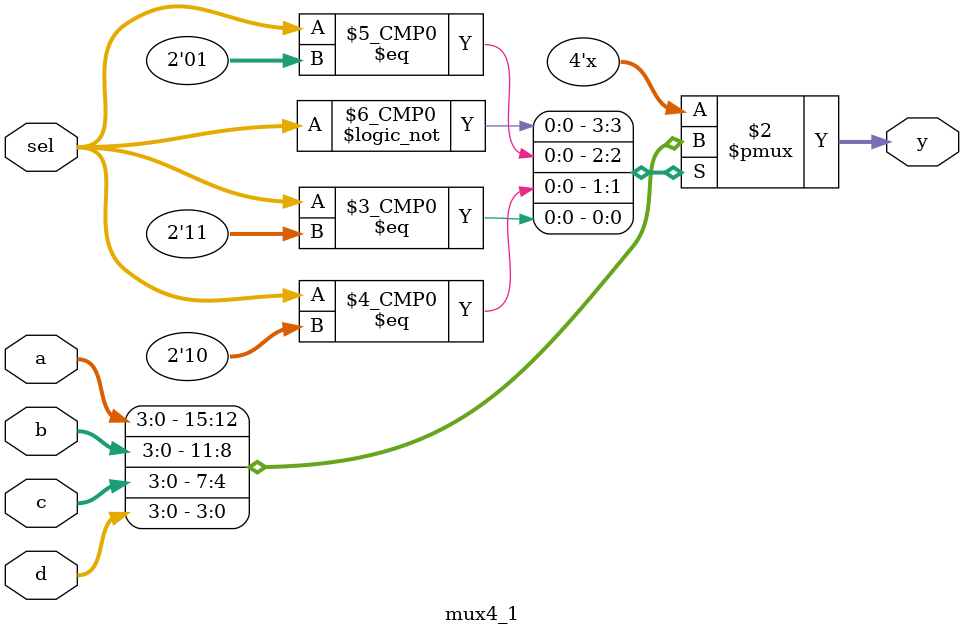
<source format=v>
`timescale 1ns / 1ps


module mux4_1(sel,a,b,c,d,y);
    input[1:0] sel;
    input[3:0] a,b,c,d;
    output reg[3:0] y;
    
    always@(*) begin
        case(sel)
            0 : y = a;
            1 : y = b;
            2 : y = c;
            3 : y = d;
            default y = 4'bx;
        endcase
    end
endmodule

</source>
